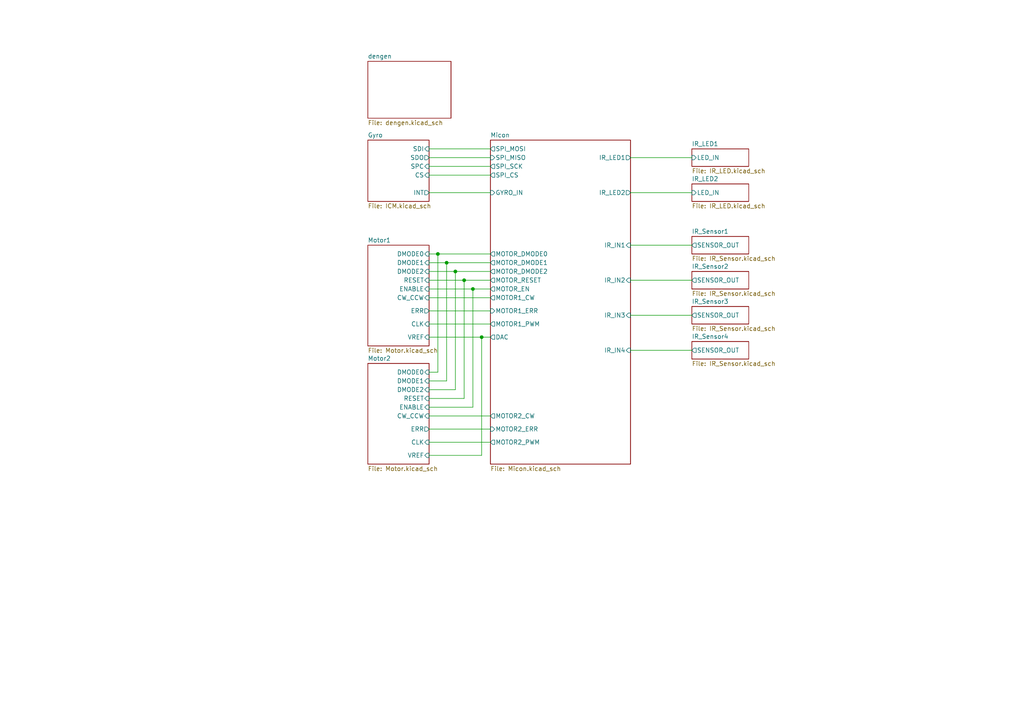
<source format=kicad_sch>
(kicad_sch (version 20211123) (generator eeschema)

  (uuid ddd0b694-6b1d-4fd6-ae2c-a705d602dbaf)

  (paper "A4")

  (lib_symbols
  )

  (junction (at 134.62 81.28) (diameter 0) (color 0 0 0 0)
    (uuid 18f6c7c3-4975-4206-8b59-2bffb99c188c)
  )
  (junction (at 137.16 83.82) (diameter 0) (color 0 0 0 0)
    (uuid 3e3a164f-e0eb-4a9e-9a1d-2ad6d3ee0df3)
  )
  (junction (at 132.08 78.74) (diameter 0) (color 0 0 0 0)
    (uuid 4b9d8e2d-3a36-43f4-83b1-a267872ffba9)
  )
  (junction (at 139.7 97.79) (diameter 0) (color 0 0 0 0)
    (uuid 7f3d3160-f57d-4241-a1c4-7f42254d6665)
  )
  (junction (at 127 73.66) (diameter 0) (color 0 0 0 0)
    (uuid a2c4307c-2559-4c7d-b807-4bf90ad08915)
  )
  (junction (at 129.54 76.2) (diameter 0) (color 0 0 0 0)
    (uuid af6c98ae-9d11-490a-a76c-6164fc85950d)
  )

  (wire (pts (xy 182.88 101.6) (xy 200.66 101.6))
    (stroke (width 0) (type default) (color 0 0 0 0))
    (uuid 013e1285-5c29-41fe-90d1-bb926a7118e6)
  )
  (wire (pts (xy 124.46 55.88) (xy 142.24 55.88))
    (stroke (width 0) (type default) (color 0 0 0 0))
    (uuid 0772b55c-25e7-46b7-848f-b1f0836c463d)
  )
  (wire (pts (xy 137.16 83.82) (xy 142.24 83.82))
    (stroke (width 0) (type default) (color 0 0 0 0))
    (uuid 099ec88e-4300-4367-8015-cd789ec62ba2)
  )
  (wire (pts (xy 124.46 73.66) (xy 127 73.66))
    (stroke (width 0) (type default) (color 0 0 0 0))
    (uuid 0c01aad5-fbf8-4337-aac0-99f152b265b4)
  )
  (wire (pts (xy 127 107.95) (xy 127 73.66))
    (stroke (width 0) (type default) (color 0 0 0 0))
    (uuid 10308f5e-f8c6-4c42-97a2-99581aa90344)
  )
  (wire (pts (xy 182.88 81.28) (xy 200.66 81.28))
    (stroke (width 0) (type default) (color 0 0 0 0))
    (uuid 39255bce-3526-4d67-814e-cc19c783c05d)
  )
  (wire (pts (xy 124.46 81.28) (xy 134.62 81.28))
    (stroke (width 0) (type default) (color 0 0 0 0))
    (uuid 3a8f43be-b3ef-4c5a-9f82-5f3503eae22f)
  )
  (wire (pts (xy 134.62 115.57) (xy 134.62 81.28))
    (stroke (width 0) (type default) (color 0 0 0 0))
    (uuid 3eac658c-fb4c-4c40-b1f2-801bd694d402)
  )
  (wire (pts (xy 124.46 78.74) (xy 132.08 78.74))
    (stroke (width 0) (type default) (color 0 0 0 0))
    (uuid 3fac4f23-e9c9-4cfc-8578-a3a30f59c49f)
  )
  (wire (pts (xy 129.54 76.2) (xy 142.24 76.2))
    (stroke (width 0) (type default) (color 0 0 0 0))
    (uuid 4675d49d-a4ce-4e6e-a48d-791c0abd23b9)
  )
  (wire (pts (xy 132.08 113.03) (xy 132.08 78.74))
    (stroke (width 0) (type default) (color 0 0 0 0))
    (uuid 48a40d41-cd6d-435d-94e7-ec50d30c2d47)
  )
  (wire (pts (xy 124.46 113.03) (xy 132.08 113.03))
    (stroke (width 0) (type default) (color 0 0 0 0))
    (uuid 4af9fc9e-d354-4e43-b7f9-5ff7815b90a8)
  )
  (wire (pts (xy 124.46 118.11) (xy 137.16 118.11))
    (stroke (width 0) (type default) (color 0 0 0 0))
    (uuid 52379c8a-4f38-468e-baba-0129bf18258a)
  )
  (wire (pts (xy 124.46 50.8) (xy 142.24 50.8))
    (stroke (width 0) (type default) (color 0 0 0 0))
    (uuid 5f7ed265-8a2c-43f0-9136-dab295e52da9)
  )
  (wire (pts (xy 137.16 118.11) (xy 137.16 83.82))
    (stroke (width 0) (type default) (color 0 0 0 0))
    (uuid 5fbbaa55-b623-49db-89f4-22f2cc285292)
  )
  (wire (pts (xy 182.88 45.72) (xy 200.66 45.72))
    (stroke (width 0) (type default) (color 0 0 0 0))
    (uuid 6a01b22c-3c46-4825-a13b-cbd4a23a6829)
  )
  (wire (pts (xy 182.88 71.12) (xy 200.66 71.12))
    (stroke (width 0) (type default) (color 0 0 0 0))
    (uuid 6acb484e-a615-4ca9-a86d-39dd4bf5946e)
  )
  (wire (pts (xy 139.7 97.79) (xy 142.24 97.79))
    (stroke (width 0) (type default) (color 0 0 0 0))
    (uuid 760aeba5-bab9-4515-a338-59f8e576b06b)
  )
  (wire (pts (xy 124.46 83.82) (xy 137.16 83.82))
    (stroke (width 0) (type default) (color 0 0 0 0))
    (uuid 764da540-11da-4037-b489-7ae8655c53e3)
  )
  (wire (pts (xy 142.24 48.26) (xy 124.46 48.26))
    (stroke (width 0) (type default) (color 0 0 0 0))
    (uuid 81728876-cc4a-48fb-8332-90ea5d73d1c1)
  )
  (wire (pts (xy 182.88 55.88) (xy 200.66 55.88))
    (stroke (width 0) (type default) (color 0 0 0 0))
    (uuid 873e90b9-36cc-46e7-ad77-7cc94f13ffdc)
  )
  (wire (pts (xy 134.62 81.28) (xy 142.24 81.28))
    (stroke (width 0) (type default) (color 0 0 0 0))
    (uuid 9bcf1550-8382-41c4-855e-5d11bc6187da)
  )
  (wire (pts (xy 142.24 73.66) (xy 127 73.66))
    (stroke (width 0) (type default) (color 0 0 0 0))
    (uuid 9d18e736-4ffe-4a21-b5c4-21f418d91fee)
  )
  (wire (pts (xy 124.46 128.27) (xy 142.24 128.27))
    (stroke (width 0) (type default) (color 0 0 0 0))
    (uuid a341facf-5307-46b1-a0fb-d87ab43bdb2d)
  )
  (wire (pts (xy 124.46 43.18) (xy 142.24 43.18))
    (stroke (width 0) (type default) (color 0 0 0 0))
    (uuid a6cdd285-5acf-4f11-b574-a13dd8452d3c)
  )
  (wire (pts (xy 124.46 132.08) (xy 139.7 132.08))
    (stroke (width 0) (type default) (color 0 0 0 0))
    (uuid a91b79a7-568b-4a8b-b23b-13bff5e683f4)
  )
  (wire (pts (xy 124.46 124.46) (xy 142.24 124.46))
    (stroke (width 0) (type default) (color 0 0 0 0))
    (uuid ae5df396-0278-4efb-a6f2-42ca1ce1b05a)
  )
  (wire (pts (xy 124.46 45.72) (xy 142.24 45.72))
    (stroke (width 0) (type default) (color 0 0 0 0))
    (uuid ae8d5c9e-a3fb-443d-9848-2067b3fc2cce)
  )
  (wire (pts (xy 182.88 91.44) (xy 200.66 91.44))
    (stroke (width 0) (type default) (color 0 0 0 0))
    (uuid b17851a7-a6a3-406e-a7d9-dcb67202321a)
  )
  (wire (pts (xy 124.46 110.49) (xy 129.54 110.49))
    (stroke (width 0) (type default) (color 0 0 0 0))
    (uuid b23a109a-54e0-4c55-b1a3-01f2972edc7c)
  )
  (wire (pts (xy 124.46 120.65) (xy 142.24 120.65))
    (stroke (width 0) (type default) (color 0 0 0 0))
    (uuid b3ff512c-8304-4371-8417-ea5427fcced2)
  )
  (wire (pts (xy 124.46 90.17) (xy 142.24 90.17))
    (stroke (width 0) (type default) (color 0 0 0 0))
    (uuid b51e2ed0-7a38-4b03-8de7-82a95d6087e6)
  )
  (wire (pts (xy 124.46 93.98) (xy 142.24 93.98))
    (stroke (width 0) (type default) (color 0 0 0 0))
    (uuid b85ca615-ef8c-430f-b033-13b12493bf73)
  )
  (wire (pts (xy 124.46 115.57) (xy 134.62 115.57))
    (stroke (width 0) (type default) (color 0 0 0 0))
    (uuid be02d218-64df-417a-81df-3320b52d4bb1)
  )
  (wire (pts (xy 124.46 97.79) (xy 139.7 97.79))
    (stroke (width 0) (type default) (color 0 0 0 0))
    (uuid c1df5124-7790-44cc-9f28-188c2a78f68e)
  )
  (wire (pts (xy 124.46 107.95) (xy 127 107.95))
    (stroke (width 0) (type default) (color 0 0 0 0))
    (uuid c4c10b5b-8702-48d0-a636-e58dc533ab45)
  )
  (wire (pts (xy 139.7 132.08) (xy 139.7 97.79))
    (stroke (width 0) (type default) (color 0 0 0 0))
    (uuid cfc12cf8-a1ba-420e-a3f4-36e0b004fb66)
  )
  (wire (pts (xy 129.54 110.49) (xy 129.54 76.2))
    (stroke (width 0) (type default) (color 0 0 0 0))
    (uuid e39e9158-77f9-436a-abf7-bb34b04c50cc)
  )
  (wire (pts (xy 124.46 86.36) (xy 142.24 86.36))
    (stroke (width 0) (type default) (color 0 0 0 0))
    (uuid e4f2b7c9-2abd-4c9f-b4b4-e3bbeac68afd)
  )
  (wire (pts (xy 132.08 78.74) (xy 142.24 78.74))
    (stroke (width 0) (type default) (color 0 0 0 0))
    (uuid e60c5782-5bf8-4005-ab74-314186b92e1e)
  )
  (wire (pts (xy 124.46 76.2) (xy 129.54 76.2))
    (stroke (width 0) (type default) (color 0 0 0 0))
    (uuid fe3a9caf-4afa-4a85-80e2-f459dae3dafa)
  )

  (sheet (at 106.68 17.78) (size 24.13 16.51) (fields_autoplaced)
    (stroke (width 0) (type solid) (color 0 0 0 0))
    (fill (color 0 0 0 0.0000))
    (uuid 00000000-0000-0000-0000-00005c82b1f8)
    (property "Sheet name" "dengen" (id 0) (at 106.68 17.0684 0)
      (effects (font (size 1.27 1.27)) (justify left bottom))
    )
    (property "Sheet file" "dengen.kicad_sch" (id 1) (at 106.68 34.8746 0)
      (effects (font (size 1.27 1.27)) (justify left top))
    )
  )

  (sheet (at 106.68 71.12) (size 17.78 29.21) (fields_autoplaced)
    (stroke (width 0) (type solid) (color 0 0 0 0))
    (fill (color 0 0 0 0.0000))
    (uuid 00000000-0000-0000-0000-00005c893909)
    (property "Sheet name" "Motor1" (id 0) (at 106.68 70.4084 0)
      (effects (font (size 1.27 1.27)) (justify left bottom))
    )
    (property "Sheet file" "Motor.kicad_sch" (id 1) (at 106.68 100.9146 0)
      (effects (font (size 1.27 1.27)) (justify left top))
    )
    (pin "VREF" input (at 124.46 97.79 0)
      (effects (font (size 1.27 1.27)) (justify right))
      (uuid 06a7eeab-e611-47b5-9e69-ebf2c86da93c)
    )
    (pin "DMODE0" input (at 124.46 73.66 0)
      (effects (font (size 1.27 1.27)) (justify right))
      (uuid 2ced4e10-132e-4c9e-8cd1-d822312deaec)
    )
    (pin "DMODE1" input (at 124.46 76.2 0)
      (effects (font (size 1.27 1.27)) (justify right))
      (uuid e3d45542-3cf4-4a30-8fe0-94a18659879b)
    )
    (pin "DMODE2" input (at 124.46 78.74 0)
      (effects (font (size 1.27 1.27)) (justify right))
      (uuid 6198b3ed-2cfa-434f-bca4-2ead313a3bd8)
    )
    (pin "RESET" input (at 124.46 81.28 0)
      (effects (font (size 1.27 1.27)) (justify right))
      (uuid 445144fa-9a61-4882-977b-9216143cd4b2)
    )
    (pin "CLK" input (at 124.46 93.98 0)
      (effects (font (size 1.27 1.27)) (justify right))
      (uuid 01b7d0cc-4d97-4773-b079-e209d7c98cad)
    )
    (pin "ENABLE" input (at 124.46 83.82 0)
      (effects (font (size 1.27 1.27)) (justify right))
      (uuid e715bd5c-2c04-4482-8ac4-923686917826)
    )
    (pin "CW_CCW" input (at 124.46 86.36 0)
      (effects (font (size 1.27 1.27)) (justify right))
      (uuid 0c145880-63f9-4126-be9e-2e5f2c9353b4)
    )
    (pin "ERR" output (at 124.46 90.17 0)
      (effects (font (size 1.27 1.27)) (justify right))
      (uuid 1e275758-6ffd-4576-b1d9-e94e65a5b5d7)
    )
  )

  (sheet (at 200.66 53.34) (size 16.51 5.08) (fields_autoplaced)
    (stroke (width 0) (type solid) (color 0 0 0 0))
    (fill (color 0 0 0 0.0000))
    (uuid 00000000-0000-0000-0000-00005c894079)
    (property "Sheet name" "IR_LED2" (id 0) (at 200.66 52.6284 0)
      (effects (font (size 1.27 1.27)) (justify left bottom))
    )
    (property "Sheet file" "IR_LED.kicad_sch" (id 1) (at 200.66 59.0046 0)
      (effects (font (size 1.27 1.27)) (justify left top))
    )
    (pin "LED_IN" input (at 200.66 55.88 180)
      (effects (font (size 1.27 1.27)) (justify left))
      (uuid 238b8fe9-ae5e-4158-8053-13950ad878e1)
    )
  )

  (sheet (at 200.66 78.74) (size 16.51 5.08) (fields_autoplaced)
    (stroke (width 0) (type solid) (color 0 0 0 0))
    (fill (color 0 0 0 0.0000))
    (uuid 00000000-0000-0000-0000-00005c8945a5)
    (property "Sheet name" "IR_Sensor2" (id 0) (at 200.66 78.0284 0)
      (effects (font (size 1.27 1.27)) (justify left bottom))
    )
    (property "Sheet file" "IR_Sensor.kicad_sch" (id 1) (at 200.66 84.4046 0)
      (effects (font (size 1.27 1.27)) (justify left top))
    )
    (pin "SENSOR_OUT" output (at 200.66 81.28 180)
      (effects (font (size 1.27 1.27)) (justify left))
      (uuid c0a9f067-c2b5-4dc5-92f5-643bb7102d98)
    )
  )

  (sheet (at 200.66 88.9) (size 16.51 5.08) (fields_autoplaced)
    (stroke (width 0) (type solid) (color 0 0 0 0))
    (fill (color 0 0 0 0.0000))
    (uuid 00000000-0000-0000-0000-00005c8945fc)
    (property "Sheet name" "IR_Sensor3" (id 0) (at 200.66 88.1884 0)
      (effects (font (size 1.27 1.27)) (justify left bottom))
    )
    (property "Sheet file" "IR_Sensor.kicad_sch" (id 1) (at 200.66 94.5646 0)
      (effects (font (size 1.27 1.27)) (justify left top))
    )
    (pin "SENSOR_OUT" output (at 200.66 91.44 180)
      (effects (font (size 1.27 1.27)) (justify left))
      (uuid 8a12e74d-d73b-4104-a923-28c4f8545821)
    )
  )

  (sheet (at 200.66 99.06) (size 16.51 5.08) (fields_autoplaced)
    (stroke (width 0) (type solid) (color 0 0 0 0))
    (fill (color 0 0 0 0.0000))
    (uuid 00000000-0000-0000-0000-00005c8945ff)
    (property "Sheet name" "IR_Sensor4" (id 0) (at 200.66 98.3484 0)
      (effects (font (size 1.27 1.27)) (justify left bottom))
    )
    (property "Sheet file" "IR_Sensor.kicad_sch" (id 1) (at 200.66 104.7246 0)
      (effects (font (size 1.27 1.27)) (justify left top))
    )
    (pin "SENSOR_OUT" output (at 200.66 101.6 180)
      (effects (font (size 1.27 1.27)) (justify left))
      (uuid ee315cfe-4b5d-455d-aa7e-06836a55325a)
    )
  )

  (sheet (at 200.66 43.18) (size 16.51 5.08) (fields_autoplaced)
    (stroke (width 0) (type solid) (color 0 0 0 0))
    (fill (color 0 0 0 0.0000))
    (uuid 00000000-0000-0000-0000-00005c8aedb6)
    (property "Sheet name" "IR_LED1" (id 0) (at 200.66 42.4684 0)
      (effects (font (size 1.27 1.27)) (justify left bottom))
    )
    (property "Sheet file" "IR_LED.kicad_sch" (id 1) (at 200.66 48.8446 0)
      (effects (font (size 1.27 1.27)) (justify left top))
    )
    (pin "LED_IN" input (at 200.66 45.72 180)
      (effects (font (size 1.27 1.27)) (justify left))
      (uuid fc7cf16e-cd63-43cf-9850-33d4dff18dfb)
    )
  )

  (sheet (at 142.24 40.64) (size 40.64 93.98) (fields_autoplaced)
    (stroke (width 0) (type solid) (color 0 0 0 0))
    (fill (color 0 0 0 0.0000))
    (uuid 00000000-0000-0000-0000-00005c8bd933)
    (property "Sheet name" "Micon" (id 0) (at 142.24 39.9284 0)
      (effects (font (size 1.27 1.27)) (justify left bottom))
    )
    (property "Sheet file" "Micon.kicad_sch" (id 1) (at 142.24 135.2046 0)
      (effects (font (size 1.27 1.27)) (justify left top))
    )
    (pin "SPI_SCK" output (at 142.24 48.26 180)
      (effects (font (size 1.27 1.27)) (justify left))
      (uuid a4cb244a-691d-498f-a60d-53ae4a4c6b31)
    )
    (pin "SPI_MISO" input (at 142.24 45.72 180)
      (effects (font (size 1.27 1.27)) (justify left))
      (uuid 1226d064-8522-4f0c-8438-f0c4351b2edf)
    )
    (pin "SPI_MOSI" output (at 142.24 43.18 180)
      (effects (font (size 1.27 1.27)) (justify left))
      (uuid 925e1b33-c7d3-429c-8a5d-0c097fccd2ab)
    )
    (pin "IR_IN1" input (at 182.88 71.12 0)
      (effects (font (size 1.27 1.27)) (justify right))
      (uuid 81d3e4b5-5924-4473-9b4c-9f153c507691)
    )
    (pin "IR_IN2" input (at 182.88 81.28 0)
      (effects (font (size 1.27 1.27)) (justify right))
      (uuid 06abdc57-fb67-4e06-95b5-b8fef4fa7b02)
    )
    (pin "IR_IN3" input (at 182.88 91.44 0)
      (effects (font (size 1.27 1.27)) (justify right))
      (uuid 27b59aff-6c53-4234-80d6-f9237b285020)
    )
    (pin "IR_IN4" input (at 182.88 101.6 0)
      (effects (font (size 1.27 1.27)) (justify right))
      (uuid 37053e9b-d8ef-4374-baa8-54cd02359106)
    )
    (pin "DAC" output (at 142.24 97.79 180)
      (effects (font (size 1.27 1.27)) (justify left))
      (uuid 6b31b61a-e0ac-4fb9-8db2-f1dc0fc48093)
    )
    (pin "IR_LED1" output (at 182.88 45.72 0)
      (effects (font (size 1.27 1.27)) (justify right))
      (uuid e4849c87-e7ed-430d-bb27-ef810b1f97e0)
    )
    (pin "IR_LED2" output (at 182.88 55.88 0)
      (effects (font (size 1.27 1.27)) (justify right))
      (uuid 512bc618-cb2a-48d0-bf98-8cb854b8f819)
    )
    (pin "MOTOR1_PWM" output (at 142.24 93.98 180)
      (effects (font (size 1.27 1.27)) (justify left))
      (uuid c4393bad-7684-4203-bd88-c4ff14edd6a0)
    )
    (pin "MOTOR2_ERR" input (at 142.24 124.46 180)
      (effects (font (size 1.27 1.27)) (justify left))
      (uuid b1bf39ac-6488-41b6-8fde-5d94d09083f8)
    )
    (pin "MOTOR2_PWM" output (at 142.24 128.27 180)
      (effects (font (size 1.27 1.27)) (justify left))
      (uuid f5056a18-8d94-4fc2-876b-ed3f7a1a4e22)
    )
    (pin "MOTOR1_ERR" input (at 142.24 90.17 180)
      (effects (font (size 1.27 1.27)) (justify left))
      (uuid 5f954fe5-4a24-4976-8e88-0f38fb214f71)
    )
    (pin "GYRO_IN" input (at 142.24 55.88 180)
      (effects (font (size 1.27 1.27)) (justify left))
      (uuid 400822fc-e36f-4894-8cfb-3e11c5e40059)
    )
    (pin "SPI_CS" output (at 142.24 50.8 180)
      (effects (font (size 1.27 1.27)) (justify left))
      (uuid 01ee73cd-5155-44a3-8ac2-27b9a0ffdf63)
    )
    (pin "MOTOR_DMODE0" output (at 142.24 73.66 180)
      (effects (font (size 1.27 1.27)) (justify left))
      (uuid 82edfbfb-076c-48cb-bc46-0faa2adbb0e4)
    )
    (pin "MOTOR_DMODE1" output (at 142.24 76.2 180)
      (effects (font (size 1.27 1.27)) (justify left))
      (uuid 2cc52a72-a217-4f2d-9d59-54ec1b35d5b8)
    )
    (pin "MOTOR_DMODE2" output (at 142.24 78.74 180)
      (effects (font (size 1.27 1.27)) (justify left))
      (uuid c25bec07-1059-49a4-ba90-dbd391bcd44e)
    )
    (pin "MOTOR_EN" output (at 142.24 83.82 180)
      (effects (font (size 1.27 1.27)) (justify left))
      (uuid 13f43cf0-65e2-44f6-95ba-49cd3a160a30)
    )
    (pin "MOTOR_RESET" output (at 142.24 81.28 180)
      (effects (font (size 1.27 1.27)) (justify left))
      (uuid 5c40a6b7-0e50-4066-938e-0dcaf86c16ca)
    )
    (pin "MOTOR1_CW" output (at 142.24 86.36 180)
      (effects (font (size 1.27 1.27)) (justify left))
      (uuid c6e0006f-d09b-429f-9d5a-a97be6e1bf13)
    )
    (pin "MOTOR2_CW" output (at 142.24 120.65 180)
      (effects (font (size 1.27 1.27)) (justify left))
      (uuid 9967fd4d-7bab-40a9-8ea5-69a137486825)
    )
  )

  (sheet (at 200.66 68.58) (size 16.51 5.08) (fields_autoplaced)
    (stroke (width 0) (type solid) (color 0 0 0 0))
    (fill (color 0 0 0 0.0000))
    (uuid 00000000-0000-0000-0000-00005c8e0af4)
    (property "Sheet name" "IR_Sensor1" (id 0) (at 200.66 67.8684 0)
      (effects (font (size 1.27 1.27)) (justify left bottom))
    )
    (property "Sheet file" "IR_Sensor.kicad_sch" (id 1) (at 200.66 74.2446 0)
      (effects (font (size 1.27 1.27)) (justify left top))
    )
    (pin "SENSOR_OUT" output (at 200.66 71.12 180)
      (effects (font (size 1.27 1.27)) (justify left))
      (uuid 60cae907-c8fb-409d-9932-f06e9688da5d)
    )
  )

  (sheet (at 106.68 105.41) (size 17.78 29.21) (fields_autoplaced)
    (stroke (width 0) (type solid) (color 0 0 0 0))
    (fill (color 0 0 0 0.0000))
    (uuid 00000000-0000-0000-0000-00005c8e1473)
    (property "Sheet name" "Motor2" (id 0) (at 106.68 104.6984 0)
      (effects (font (size 1.27 1.27)) (justify left bottom))
    )
    (property "Sheet file" "Motor.kicad_sch" (id 1) (at 106.68 135.2046 0)
      (effects (font (size 1.27 1.27)) (justify left top))
    )
    (pin "VREF" input (at 124.46 132.08 0)
      (effects (font (size 1.27 1.27)) (justify right))
      (uuid 0728da52-79ee-4d04-b45d-716c9e4621d7)
    )
    (pin "DMODE0" input (at 124.46 107.95 0)
      (effects (font (size 1.27 1.27)) (justify right))
      (uuid 884bdaa9-e691-4b2c-a85e-cca5109d96fd)
    )
    (pin "DMODE1" input (at 124.46 110.49 0)
      (effects (font (size 1.27 1.27)) (justify right))
      (uuid 981bffc9-4d03-4c32-bd66-6c7936244448)
    )
    (pin "DMODE2" input (at 124.46 113.03 0)
      (effects (font (size 1.27 1.27)) (justify right))
      (uuid 2bcfca65-f495-493f-8d2a-b3b1a20a7fc1)
    )
    (pin "RESET" input (at 124.46 115.57 0)
      (effects (font (size 1.27 1.27)) (justify right))
      (uuid 5b96e854-beca-4e71-980f-9ae7e43e5e6d)
    )
    (pin "CLK" input (at 124.46 128.27 0)
      (effects (font (size 1.27 1.27)) (justify right))
      (uuid ad52640f-dd59-4eff-bb9c-0d2074afdfdf)
    )
    (pin "ENABLE" input (at 124.46 118.11 0)
      (effects (font (size 1.27 1.27)) (justify right))
      (uuid b0f4f6b3-2333-48cf-83db-333cebf62b1b)
    )
    (pin "CW_CCW" input (at 124.46 120.65 0)
      (effects (font (size 1.27 1.27)) (justify right))
      (uuid 9c423cd0-8844-4d04-99e7-fd970d16b243)
    )
    (pin "ERR" output (at 124.46 124.46 0)
      (effects (font (size 1.27 1.27)) (justify right))
      (uuid c836ce8f-5021-4681-824a-3ee93e0d8fd5)
    )
  )

  (sheet (at 106.68 40.64) (size 17.78 17.78) (fields_autoplaced)
    (stroke (width 0) (type solid) (color 0 0 0 0))
    (fill (color 0 0 0 0.0000))
    (uuid 00000000-0000-0000-0000-00005c8e165a)
    (property "Sheet name" "Gyro" (id 0) (at 106.68 39.9284 0)
      (effects (font (size 1.27 1.27)) (justify left bottom))
    )
    (property "Sheet file" "ICM.kicad_sch" (id 1) (at 106.68 59.0046 0)
      (effects (font (size 1.27 1.27)) (justify left top))
    )
    (pin "SDI" input (at 124.46 43.18 0)
      (effects (font (size 1.27 1.27)) (justify right))
      (uuid ef84f0ea-0f57-4004-9847-45187b154a99)
    )
    (pin "SPC" input (at 124.46 48.26 0)
      (effects (font (size 1.27 1.27)) (justify right))
      (uuid a3155499-b09f-4681-82f8-986951a918b4)
    )
    (pin "SDO" output (at 124.46 45.72 0)
      (effects (font (size 1.27 1.27)) (justify right))
      (uuid 97c031c3-3651-45d3-95d2-fc51adc0d205)
    )
    (pin "INT" output (at 124.46 55.88 0)
      (effects (font (size 1.27 1.27)) (justify right))
      (uuid 89595044-3f6d-49a7-b3f0-d8058a9f4665)
    )
    (pin "CS" input (at 124.46 50.8 0)
      (effects (font (size 1.27 1.27)) (justify right))
      (uuid 128dcc01-3de6-4730-aef2-dd92299fe421)
    )
  )

  (sheet_instances
    (path "/" (page "1"))
    (path "/00000000-0000-0000-0000-00005c82b1f8" (page "2"))
    (path "/00000000-0000-0000-0000-00005c8e165a" (page "3"))
    (path "/00000000-0000-0000-0000-00005c893909" (page "4"))
    (path "/00000000-0000-0000-0000-00005c8e1473" (page "5"))
    (path "/00000000-0000-0000-0000-00005c8bd933" (page "6"))
    (path "/00000000-0000-0000-0000-00005c8aedb6" (page "7"))
    (path "/00000000-0000-0000-0000-00005c894079" (page "8"))
    (path "/00000000-0000-0000-0000-00005c8e0af4" (page "9"))
    (path "/00000000-0000-0000-0000-00005c8945a5" (page "10"))
    (path "/00000000-0000-0000-0000-00005c8945fc" (page "11"))
    (path "/00000000-0000-0000-0000-00005c8945ff" (page "12"))
  )

  (symbol_instances
    (path "/00000000-0000-0000-0000-00005c82b1f8/00000000-0000-0000-0000-00005c8e9031"
      (reference "#FLG01") (unit 1) (value "PWR_FLAG") (footprint "")
    )
    (path "/00000000-0000-0000-0000-00005c82b1f8/00000000-0000-0000-0000-00005c8e903a"
      (reference "#FLG02") (unit 1) (value "PWR_FLAG") (footprint "")
    )
    (path "/00000000-0000-0000-0000-00005c82b1f8/00000000-0000-0000-0000-00005c8e9046"
      (reference "#FLG03") (unit 1) (value "PWR_FLAG") (footprint "")
    )
    (path "/00000000-0000-0000-0000-00005c8bd933/00000000-0000-0000-0000-00005ca8093a"
      (reference "#FLG04") (unit 1) (value "PWR_FLAG") (footprint "")
    )
    (path "/00000000-0000-0000-0000-00005c8bd933/00000000-0000-0000-0000-00005ca80990"
      (reference "#FLG05") (unit 1) (value "PWR_FLAG") (footprint "")
    )
    (path "/00000000-0000-0000-0000-00005c82b1f8/00000000-0000-0000-0000-00005c8e8f14"
      (reference "#PWR01") (unit 1) (value "GND") (footprint "")
    )
    (path "/00000000-0000-0000-0000-00005c82b1f8/00000000-0000-0000-0000-00005c8e8f91"
      (reference "#PWR02") (unit 1) (value "GND") (footprint "")
    )
    (path "/00000000-0000-0000-0000-00005c82b1f8/00000000-0000-0000-0000-00005c8e8f2b"
      (reference "#PWR03") (unit 1) (value "GND") (footprint "")
    )
    (path "/00000000-0000-0000-0000-00005c82b1f8/00000000-0000-0000-0000-00005c8e8f84"
      (reference "#PWR04") (unit 1) (value "GND") (footprint "")
    )
    (path "/00000000-0000-0000-0000-00005c82b1f8/00000000-0000-0000-0000-00005c8e8f72"
      (reference "#PWR05") (unit 1) (value "GND") (footprint "")
    )
    (path "/00000000-0000-0000-0000-00005c82b1f8/00000000-0000-0000-0000-00005c8e8fd8"
      (reference "#PWR06") (unit 1) (value "GND") (footprint "")
    )
    (path "/00000000-0000-0000-0000-00005c82b1f8/00000000-0000-0000-0000-00005c8e8f45"
      (reference "#PWR07") (unit 1) (value "GND") (footprint "")
    )
    (path "/00000000-0000-0000-0000-00005c82b1f8/00000000-0000-0000-0000-00005c8e8f52"
      (reference "#PWR08") (unit 1) (value "GND") (footprint "")
    )
    (path "/00000000-0000-0000-0000-00005c82b1f8/00000000-0000-0000-0000-00005c8e8ffb"
      (reference "#PWR09") (unit 1) (value "GND") (footprint "")
    )
    (path "/00000000-0000-0000-0000-00005c82b1f8/00000000-0000-0000-0000-00005c8e901c"
      (reference "#PWR010") (unit 1) (value "GND") (footprint "")
    )
    (path "/00000000-0000-0000-0000-00005c82b1f8/00000000-0000-0000-0000-00005c8e8f5f"
      (reference "#PWR011") (unit 1) (value "GND") (footprint "")
    )
    (path "/00000000-0000-0000-0000-00005c82b1f8/00000000-0000-0000-0000-00005c8e8fc3"
      (reference "#PWR012") (unit 1) (value "GND") (footprint "")
    )
    (path "/00000000-0000-0000-0000-00005c82b1f8/00000000-0000-0000-0000-00005c8e9022"
      (reference "#PWR013") (unit 1) (value "GND") (footprint "")
    )
    (path "/00000000-0000-0000-0000-00005c8aedb6/00000000-0000-0000-0000-00005c8edaff"
      (reference "#PWR014") (unit 1) (value "GND") (footprint "")
    )
    (path "/00000000-0000-0000-0000-00005c8aedb6/00000000-0000-0000-0000-00005c8edb1c"
      (reference "#PWR015") (unit 1) (value "+BATT") (footprint "")
    )
    (path "/00000000-0000-0000-0000-00005c8aedb6/00000000-0000-0000-0000-00005c8edb25"
      (reference "#PWR016") (unit 1) (value "GND") (footprint "")
    )
    (path "/00000000-0000-0000-0000-00005c8aedb6/00000000-0000-0000-0000-00005c8edaf9"
      (reference "#PWR017") (unit 1) (value "+BATT") (footprint "")
    )
    (path "/00000000-0000-0000-0000-00005c8aedb6/00000000-0000-0000-0000-00005c8edb0f"
      (reference "#PWR018") (unit 1) (value "GND") (footprint "")
    )
    (path "/00000000-0000-0000-0000-00005c8aedb6/00000000-0000-0000-0000-00005c8edade"
      (reference "#PWR019") (unit 1) (value "+BATT") (footprint "")
    )
    (path "/00000000-0000-0000-0000-00005c8aedb6/00000000-0000-0000-0000-00005c8edaed"
      (reference "#PWR020") (unit 1) (value "GND") (footprint "")
    )
    (path "/00000000-0000-0000-0000-00005c8e0af4/00000000-0000-0000-0000-00005c8ecf90"
      (reference "#PWR021") (unit 1) (value "+3.3VA") (footprint "")
    )
    (path "/00000000-0000-0000-0000-00005c8e0af4/00000000-0000-0000-0000-00005c8ecf89"
      (reference "#PWR022") (unit 1) (value "GND") (footprint "")
    )
    (path "/00000000-0000-0000-0000-00005c8e0af4/00000000-0000-0000-0000-00005c8ecf37"
      (reference "#PWR023") (unit 1) (value "+3.3VA") (footprint "")
    )
    (path "/00000000-0000-0000-0000-00005c8e0af4/00000000-0000-0000-0000-00005c8ecf31"
      (reference "#PWR024") (unit 1) (value "GND") (footprint "")
    )
    (path "/00000000-0000-0000-0000-00005c8e0af4/00000000-0000-0000-0000-00005c8ecf40"
      (reference "#PWR025") (unit 1) (value "+3.3VA") (footprint "")
    )
    (path "/00000000-0000-0000-0000-00005c8e0af4/00000000-0000-0000-0000-00005c8ecf49"
      (reference "#PWR026") (unit 1) (value "GND") (footprint "")
    )
    (path "/00000000-0000-0000-0000-00005c893909/00000000-0000-0000-0000-00005c8b4716"
      (reference "#PWR027") (unit 1) (value "GND") (footprint "")
    )
    (path "/00000000-0000-0000-0000-00005c893909/00000000-0000-0000-0000-00005c8b45ef"
      (reference "#PWR028") (unit 1) (value "GND") (footprint "")
    )
    (path "/00000000-0000-0000-0000-00005c893909/00000000-0000-0000-0000-00005c8e1219"
      (reference "#PWR029") (unit 1) (value "+3.3V") (footprint "")
    )
    (path "/00000000-0000-0000-0000-00005c893909/00000000-0000-0000-0000-00005c8cf392"
      (reference "#PWR030") (unit 1) (value "+BATT") (footprint "")
    )
    (path "/00000000-0000-0000-0000-00005c893909/00000000-0000-0000-0000-00005c8b49b5"
      (reference "#PWR031") (unit 1) (value "+5V") (footprint "")
    )
    (path "/00000000-0000-0000-0000-00005c893909/00000000-0000-0000-0000-00005c8b4709"
      (reference "#PWR032") (unit 1) (value "GND") (footprint "")
    )
    (path "/00000000-0000-0000-0000-00005c893909/00000000-0000-0000-0000-00005c8b457a"
      (reference "#PWR033") (unit 1) (value "GND") (footprint "")
    )
    (path "/00000000-0000-0000-0000-00005c893909/00000000-0000-0000-0000-00005c8b5f92"
      (reference "#PWR034") (unit 1) (value "+BATT") (footprint "")
    )
    (path "/00000000-0000-0000-0000-00005c893909/00000000-0000-0000-0000-00005c8b5f7f"
      (reference "#PWR035") (unit 1) (value "GND") (footprint "")
    )
    (path "/00000000-0000-0000-0000-00005c893909/00000000-0000-0000-0000-00005c8b66da"
      (reference "#PWR036") (unit 1) (value "+BATT") (footprint "")
    )
    (path "/00000000-0000-0000-0000-00005c893909/00000000-0000-0000-0000-00005c8c1588"
      (reference "#PWR037") (unit 1) (value "+BATT") (footprint "")
    )
    (path "/00000000-0000-0000-0000-00005c893909/00000000-0000-0000-0000-00005c8c1603"
      (reference "#PWR038") (unit 1) (value "GND") (footprint "")
    )
    (path "/00000000-0000-0000-0000-00005c893909/00000000-0000-0000-0000-00005c8c15c2"
      (reference "#PWR039") (unit 1) (value "+5V") (footprint "")
    )
    (path "/00000000-0000-0000-0000-00005c893909/00000000-0000-0000-0000-00005c8e11f9"
      (reference "#PWR040") (unit 1) (value "+3.3V") (footprint "")
    )
    (path "/00000000-0000-0000-0000-00005c894079/00000000-0000-0000-0000-00005c8edaff"
      (reference "#PWR041") (unit 1) (value "GND") (footprint "")
    )
    (path "/00000000-0000-0000-0000-00005c894079/00000000-0000-0000-0000-00005c8edb1c"
      (reference "#PWR042") (unit 1) (value "+BATT") (footprint "")
    )
    (path "/00000000-0000-0000-0000-00005c894079/00000000-0000-0000-0000-00005c8edb25"
      (reference "#PWR043") (unit 1) (value "GND") (footprint "")
    )
    (path "/00000000-0000-0000-0000-00005c894079/00000000-0000-0000-0000-00005c8edaf9"
      (reference "#PWR044") (unit 1) (value "+BATT") (footprint "")
    )
    (path "/00000000-0000-0000-0000-00005c894079/00000000-0000-0000-0000-00005c8edb0f"
      (reference "#PWR045") (unit 1) (value "GND") (footprint "")
    )
    (path "/00000000-0000-0000-0000-00005c894079/00000000-0000-0000-0000-00005c8edade"
      (reference "#PWR046") (unit 1) (value "+BATT") (footprint "")
    )
    (path "/00000000-0000-0000-0000-00005c894079/00000000-0000-0000-0000-00005c8edaed"
      (reference "#PWR047") (unit 1) (value "GND") (footprint "")
    )
    (path "/00000000-0000-0000-0000-00005c8945a5/00000000-0000-0000-0000-00005c8ecf90"
      (reference "#PWR048") (unit 1) (value "+3.3VA") (footprint "")
    )
    (path "/00000000-0000-0000-0000-00005c8945a5/00000000-0000-0000-0000-00005c8ecf89"
      (reference "#PWR049") (unit 1) (value "GND") (footprint "")
    )
    (path "/00000000-0000-0000-0000-00005c8945a5/00000000-0000-0000-0000-00005c8ecf37"
      (reference "#PWR050") (unit 1) (value "+3.3VA") (footprint "")
    )
    (path "/00000000-0000-0000-0000-00005c8945a5/00000000-0000-0000-0000-00005c8ecf31"
      (reference "#PWR051") (unit 1) (value "GND") (footprint "")
    )
    (path "/00000000-0000-0000-0000-00005c8945a5/00000000-0000-0000-0000-00005c8ecf40"
      (reference "#PWR052") (unit 1) (value "+3.3VA") (footprint "")
    )
    (path "/00000000-0000-0000-0000-00005c8945a5/00000000-0000-0000-0000-00005c8ecf49"
      (reference "#PWR053") (unit 1) (value "GND") (footprint "")
    )
    (path "/00000000-0000-0000-0000-00005c8945fc/00000000-0000-0000-0000-00005c8ecf90"
      (reference "#PWR054") (unit 1) (value "+3.3VA") (footprint "")
    )
    (path "/00000000-0000-0000-0000-00005c8945fc/00000000-0000-0000-0000-00005c8ecf89"
      (reference "#PWR055") (unit 1) (value "GND") (footprint "")
    )
    (path "/00000000-0000-0000-0000-00005c8945fc/00000000-0000-0000-0000-00005c8ecf37"
      (reference "#PWR056") (unit 1) (value "+3.3VA") (footprint "")
    )
    (path "/00000000-0000-0000-0000-00005c8945fc/00000000-0000-0000-0000-00005c8ecf31"
      (reference "#PWR057") (unit 1) (value "GND") (footprint "")
    )
    (path "/00000000-0000-0000-0000-00005c8945fc/00000000-0000-0000-0000-00005c8ecf40"
      (reference "#PWR058") (unit 1) (value "+3.3VA") (footprint "")
    )
    (path "/00000000-0000-0000-0000-00005c8945fc/00000000-0000-0000-0000-00005c8ecf49"
      (reference "#PWR059") (unit 1) (value "GND") (footprint "")
    )
    (path "/00000000-0000-0000-0000-00005c8945ff/00000000-0000-0000-0000-00005c8ecf90"
      (reference "#PWR060") (unit 1) (value "+3.3VA") (footprint "")
    )
    (path "/00000000-0000-0000-0000-00005c8945ff/00000000-0000-0000-0000-00005c8ecf89"
      (reference "#PWR061") (unit 1) (value "GND") (footprint "")
    )
    (path "/00000000-0000-0000-0000-00005c8945ff/00000000-0000-0000-0000-00005c8ecf37"
      (reference "#PWR062") (unit 1) (value "+3.3VA") (footprint "")
    )
    (path "/00000000-0000-0000-0000-00005c8945ff/00000000-0000-0000-0000-00005c8ecf31"
      (reference "#PWR063") (unit 1) (value "GND") (footprint "")
    )
    (path "/00000000-0000-0000-0000-00005c8945ff/00000000-0000-0000-0000-00005c8ecf40"
      (reference "#PWR064") (unit 1) (value "+3.3VA") (footprint "")
    )
    (path "/00000000-0000-0000-0000-00005c8945ff/00000000-0000-0000-0000-00005c8ecf49"
      (reference "#PWR065") (unit 1) (value "GND") (footprint "")
    )
    (path "/00000000-0000-0000-0000-00005c8e1473/00000000-0000-0000-0000-00005c8b4716"
      (reference "#PWR066") (unit 1) (value "GND") (footprint "")
    )
    (path "/00000000-0000-0000-0000-00005c8e1473/00000000-0000-0000-0000-00005c8b45ef"
      (reference "#PWR067") (unit 1) (value "GND") (footprint "")
    )
    (path "/00000000-0000-0000-0000-00005c8e1473/00000000-0000-0000-0000-00005c8e1219"
      (reference "#PWR068") (unit 1) (value "+3.3V") (footprint "")
    )
    (path "/00000000-0000-0000-0000-00005c8e1473/00000000-0000-0000-0000-00005c8cf392"
      (reference "#PWR069") (unit 1) (value "+BATT") (footprint "")
    )
    (path "/00000000-0000-0000-0000-00005c8e1473/00000000-0000-0000-0000-00005c8b49b5"
      (reference "#PWR070") (unit 1) (value "+5V") (footprint "")
    )
    (path "/00000000-0000-0000-0000-00005c8e1473/00000000-0000-0000-0000-00005c8b4709"
      (reference "#PWR071") (unit 1) (value "GND") (footprint "")
    )
    (path "/00000000-0000-0000-0000-00005c8e1473/00000000-0000-0000-0000-00005c8b457a"
      (reference "#PWR072") (unit 1) (value "GND") (footprint "")
    )
    (path "/00000000-0000-0000-0000-00005c8e1473/00000000-0000-0000-0000-00005c8b5f92"
      (reference "#PWR073") (unit 1) (value "+BATT") (footprint "")
    )
    (path "/00000000-0000-0000-0000-00005c8e1473/00000000-0000-0000-0000-00005c8b5f7f"
      (reference "#PWR074") (unit 1) (value "GND") (footprint "")
    )
    (path "/00000000-0000-0000-0000-00005c8e1473/00000000-0000-0000-0000-00005c8b66da"
      (reference "#PWR075") (unit 1) (value "+BATT") (footprint "")
    )
    (path "/00000000-0000-0000-0000-00005c8e1473/00000000-0000-0000-0000-00005c8c1588"
      (reference "#PWR076") (unit 1) (value "+BATT") (footprint "")
    )
    (path "/00000000-0000-0000-0000-00005c8e1473/00000000-0000-0000-0000-00005c8c1603"
      (reference "#PWR077") (unit 1) (value "GND") (footprint "")
    )
    (path "/00000000-0000-0000-0000-00005c8e1473/00000000-0000-0000-0000-00005c8c15c2"
      (reference "#PWR078") (unit 1) (value "+5V") (footprint "")
    )
    (path "/00000000-0000-0000-0000-00005c8e1473/00000000-0000-0000-0000-00005c8e11f9"
      (reference "#PWR079") (unit 1) (value "+3.3V") (footprint "")
    )
    (path "/00000000-0000-0000-0000-00005c8e165a/cabd26cf-4b45-4a11-a3a7-98a6cc12d886"
      (reference "#PWR080") (unit 1) (value "GND") (footprint "")
    )
    (path "/00000000-0000-0000-0000-00005c8e165a/00000000-0000-0000-0000-00005c8e3099"
      (reference "#PWR081") (unit 1) (value "GND") (footprint "")
    )
    (path "/00000000-0000-0000-0000-00005c8e165a/00000000-0000-0000-0000-00005c8e3584"
      (reference "#PWR082") (unit 1) (value "+3.3V") (footprint "")
    )
    (path "/00000000-0000-0000-0000-00005c8e165a/00000000-0000-0000-0000-00005c8e176f"
      (reference "#PWR083") (unit 1) (value "GND") (footprint "")
    )
    (path "/00000000-0000-0000-0000-00005c8e165a/00000000-0000-0000-0000-00005c8e21ff"
      (reference "#PWR084") (unit 1) (value "+3.3V") (footprint "")
    )
    (path "/00000000-0000-0000-0000-00005c8e165a/00000000-0000-0000-0000-00005c8e1fde"
      (reference "#PWR085") (unit 1) (value "GND") (footprint "")
    )
    (path "/00000000-0000-0000-0000-00005c8bd933/00000000-0000-0000-0000-00005ca64af6"
      (reference "#PWR086") (unit 1) (value "GND") (footprint "")
    )
    (path "/00000000-0000-0000-0000-00005c8bd933/00000000-0000-0000-0000-00005ca64aa5"
      (reference "#PWR087") (unit 1) (value "GND") (footprint "")
    )
    (path "/00000000-0000-0000-0000-00005c8bd933/00000000-0000-0000-0000-00005d8f61f2"
      (reference "#PWR088") (unit 1) (value "GND") (footprint "")
    )
    (path "/00000000-0000-0000-0000-00005c8bd933/00000000-0000-0000-0000-00005caa7a25"
      (reference "#PWR089") (unit 1) (value "GND") (footprint "")
    )
    (path "/00000000-0000-0000-0000-00005c8bd933/00000000-0000-0000-0000-00005c9bde83"
      (reference "#PWR090") (unit 1) (value "+3.3V") (footprint "")
    )
    (path "/00000000-0000-0000-0000-00005c8bd933/00000000-0000-0000-0000-00005c90b62d"
      (reference "#PWR091") (unit 1) (value "GND") (footprint "")
    )
    (path "/00000000-0000-0000-0000-00005c8bd933/00000000-0000-0000-0000-00005c8befc0"
      (reference "#PWR092") (unit 1) (value "GND") (footprint "")
    )
    (path "/00000000-0000-0000-0000-00005c8bd933/00000000-0000-0000-0000-00005c8bef8b"
      (reference "#PWR093") (unit 1) (value "GND") (footprint "")
    )
    (path "/00000000-0000-0000-0000-00005c8bd933/00000000-0000-0000-0000-00005c8f8cf2"
      (reference "#PWR094") (unit 1) (value "+3.3V") (footprint "")
    )
    (path "/00000000-0000-0000-0000-00005c8bd933/00000000-0000-0000-0000-00005c8c7484"
      (reference "#PWR095") (unit 1) (value "GND") (footprint "")
    )
    (path "/00000000-0000-0000-0000-00005c8bd933/00000000-0000-0000-0000-00005c8ef61d"
      (reference "#PWR096") (unit 1) (value "GND") (footprint "")
    )
    (path "/00000000-0000-0000-0000-00005c8bd933/00000000-0000-0000-0000-00005c8c491f"
      (reference "#PWR097") (unit 1) (value "+3.3V") (footprint "")
    )
    (path "/00000000-0000-0000-0000-00005c8bd933/00000000-0000-0000-0000-00005c8f8ccf"
      (reference "#PWR098") (unit 1) (value "+3.3VA") (footprint "")
    )
    (path "/00000000-0000-0000-0000-00005c8bd933/00000000-0000-0000-0000-00005c9001e0"
      (reference "#PWR099") (unit 1) (value "+BATT") (footprint "")
    )
    (path "/00000000-0000-0000-0000-00005c8bd933/00000000-0000-0000-0000-00005ca9e608"
      (reference "#PWR0100") (unit 1) (value "GND") (footprint "")
    )
    (path "/00000000-0000-0000-0000-00005c8bd933/00000000-0000-0000-0000-00005c8c83c0"
      (reference "#PWR0101") (unit 1) (value "+3.3V") (footprint "")
    )
    (path "/00000000-0000-0000-0000-00005c8bd933/00000000-0000-0000-0000-00005c8e86f5"
      (reference "#PWR0102") (unit 1) (value "+3.3V") (footprint "")
    )
    (path "/00000000-0000-0000-0000-00005c8bd933/00000000-0000-0000-0000-00005c8e609d"
      (reference "#PWR0103") (unit 1) (value "GND") (footprint "")
    )
    (path "/00000000-0000-0000-0000-00005c8bd933/00000000-0000-0000-0000-00005c8c6310"
      (reference "#PWR0104") (unit 1) (value "+3.3VA") (footprint "")
    )
    (path "/00000000-0000-0000-0000-00005c8bd933/00000000-0000-0000-0000-00005c9753c8"
      (reference "#PWR0105") (unit 1) (value "GND") (footprint "")
    )
    (path "/00000000-0000-0000-0000-00005c8bd933/00000000-0000-0000-0000-00005c8ef1cb"
      (reference "#PWR0106") (unit 1) (value "+3.3V") (footprint "")
    )
    (path "/00000000-0000-0000-0000-00005c8bd933/00000000-0000-0000-0000-00005c8fa433"
      (reference "#PWR0107") (unit 1) (value "GND") (footprint "")
    )
    (path "/00000000-0000-0000-0000-00005c8bd933/00000000-0000-0000-0000-00005c9753f5"
      (reference "#PWR0108") (unit 1) (value "GND") (footprint "")
    )
    (path "/00000000-0000-0000-0000-00005c8bd933/00000000-0000-0000-0000-00005c900306"
      (reference "#PWR0109") (unit 1) (value "+BATT") (footprint "")
    )
    (path "/00000000-0000-0000-0000-00005c8bd933/00000000-0000-0000-0000-00005c9003cd"
      (reference "#PWR0110") (unit 1) (value "GND") (footprint "")
    )
    (path "/00000000-0000-0000-0000-00005c893909/00000000-0000-0000-0000-00005d6a8b34"
      (reference "#PWR0111") (unit 1) (value "+BATT") (footprint "")
    )
    (path "/00000000-0000-0000-0000-00005c893909/00000000-0000-0000-0000-00005d6a8b6f"
      (reference "#PWR0112") (unit 1) (value "GND") (footprint "")
    )
    (path "/00000000-0000-0000-0000-00005c893909/00000000-0000-0000-0000-00005d6b1e87"
      (reference "#PWR0113") (unit 1) (value "+5V") (footprint "")
    )
    (path "/00000000-0000-0000-0000-00005c893909/00000000-0000-0000-0000-00005d6b1ed6"
      (reference "#PWR0114") (unit 1) (value "GND") (footprint "")
    )
    (path "/00000000-0000-0000-0000-00005c8e1473/00000000-0000-0000-0000-00005d6a8b34"
      (reference "#PWR0115") (unit 1) (value "+BATT") (footprint "")
    )
    (path "/00000000-0000-0000-0000-00005c8e1473/00000000-0000-0000-0000-00005d6a8b6f"
      (reference "#PWR0116") (unit 1) (value "GND") (footprint "")
    )
    (path "/00000000-0000-0000-0000-00005c8e1473/00000000-0000-0000-0000-00005d6b1e87"
      (reference "#PWR0117") (unit 1) (value "+5V") (footprint "")
    )
    (path "/00000000-0000-0000-0000-00005c8e1473/00000000-0000-0000-0000-00005d6b1ed6"
      (reference "#PWR0118") (unit 1) (value "GND") (footprint "")
    )
    (path "/00000000-0000-0000-0000-00005c82b1f8/00000000-0000-0000-0000-00005d6be204"
      (reference "#PWR0119") (unit 1) (value "GND") (footprint "")
    )
    (path "/00000000-0000-0000-0000-00005c8bd933/00000000-0000-0000-0000-00005d8ef595"
      (reference "#PWR0120") (unit 1) (value "+3.3V") (footprint "")
    )
    (path "/00000000-0000-0000-0000-00005c8e165a/4050852e-446e-4d33-ab89-50cb987ea378"
      (reference "#PWR0121") (unit 1) (value "GND") (footprint "")
    )
    (path "/00000000-0000-0000-0000-00005c82b1f8/00000000-0000-0000-0000-00005c8e8f9c"
      (reference "C1") (unit 1) (value "3.3u") (footprint "Capacitor_SMD:C_0603_1608Metric_Pad1.05x0.95mm_HandSolder")
    )
    (path "/00000000-0000-0000-0000-00005c82b1f8/00000000-0000-0000-0000-00005c8e8f68"
      (reference "C2") (unit 1) (value "1u") (footprint "Capacitor_SMD:C_0603_1608Metric_Pad1.05x0.95mm_HandSolder")
    )
    (path "/00000000-0000-0000-0000-00005c82b1f8/00000000-0000-0000-0000-00005c8e8f4b"
      (reference "C3") (unit 1) (value "0.01u") (footprint "Capacitor_SMD:C_0603_1608Metric_Pad1.05x0.95mm_HandSolder")
    )
    (path "/00000000-0000-0000-0000-00005c82b1f8/00000000-0000-0000-0000-00005c8e8ff1"
      (reference "C4") (unit 1) (value "10u") (footprint "Capacitor_SMD:C_0603_1608Metric_Pad1.05x0.95mm_HandSolder")
    )
    (path "/00000000-0000-0000-0000-00005c82b1f8/00000000-0000-0000-0000-00005c8e8f58"
      (reference "C5") (unit 1) (value "10u") (footprint "Capacitor_SMD:C_0603_1608Metric_Pad1.05x0.95mm_HandSolder")
    )
    (path "/00000000-0000-0000-0000-00005c82b1f8/00000000-0000-0000-0000-00005c8e9010"
      (reference "C6") (unit 1) (value "0.1u") (footprint "Capacitor_SMD:C_0603_1608Metric_Pad1.05x0.95mm_HandSolder")
    )
    (path "/00000000-0000-0000-0000-00005c8e0af4/00000000-0000-0000-0000-00005c8ecf6e"
      (reference "C7") (unit 1) (value "0.01u") (footprint "Capacitor_SMD:C_0603_1608Metric_Pad1.05x0.95mm_HandSolder")
    )
    (path "/00000000-0000-0000-0000-00005c8e0af4/00000000-0000-0000-0000-00005c8ecf5a"
      (reference "C8") (unit 1) (value "22p") (footprint "Capacitor_SMD:C_0603_1608Metric_Pad1.05x0.95mm_HandSolder")
    )
    (path "/00000000-0000-0000-0000-00005c8945a5/00000000-0000-0000-0000-00005c8ecf6e"
      (reference "C9") (unit 1) (value "0.01u") (footprint "Capacitor_SMD:C_0603_1608Metric_Pad1.05x0.95mm_HandSolder")
    )
    (path "/00000000-0000-0000-0000-00005c8945a5/00000000-0000-0000-0000-00005c8ecf5a"
      (reference "C10") (unit 1) (value "22p") (footprint "Capacitor_SMD:C_0603_1608Metric_Pad1.05x0.95mm_HandSolder")
    )
    (path "/00000000-0000-0000-0000-00005c8945fc/00000000-0000-0000-0000-00005c8ecf6e"
      (reference "C11") (unit 1) (value "0.01u") (footprint "Capacitor_SMD:C_0603_1608Metric_Pad1.05x0.95mm_HandSolder")
    )
    (path "/00000000-0000-0000-0000-00005c8945fc/00000000-0000-0000-0000-00005c8ecf5a"
      (reference "C12") (unit 1) (value "22p") (footprint "Capacitor_SMD:C_0603_1608Metric_Pad1.05x0.95mm_HandSolder")
    )
    (path "/00000000-0000-0000-0000-00005c8945ff/00000000-0000-0000-0000-00005c8ecf6e"
      (reference "C13") (unit 1) (value "0.01u") (footprint "Capacitor_SMD:C_0603_1608Metric_Pad1.05x0.95mm_HandSolder")
    )
    (path "/00000000-0000-0000-0000-00005c8945ff/00000000-0000-0000-0000-00005c8ecf5a"
      (reference "C14") (unit 1) (value "22p") (footprint "Capacitor_SMD:C_0603_1608Metric_Pad1.05x0.95mm_HandSolder")
    )
    (path "/00000000-0000-0000-0000-00005c8e165a/00000000-0000-0000-0000-00005c8e1c2c"
      (reference "C15") (unit 1) (value "0.1u") (footprint "Capacitor_SMD:C_0603_1608Metric_Pad1.05x0.95mm_HandSolder")
    )
    (path "/00000000-0000-0000-0000-00005c8e165a/00000000-0000-0000-0000-00005c8e1edf"
      (reference "C16") (unit 1) (value "0.01u") (footprint "Capacitor_SMD:C_0603_1608Metric_Pad1.05x0.95mm_HandSolder")
    )
    (path "/00000000-0000-0000-0000-00005c8e165a/00000000-0000-0000-0000-00005c8e2470"
      (reference "C17") (unit 1) (value "0.1u") (footprint "Capacitor_SMD:C_0603_1608Metric_Pad1.05x0.95mm_HandSolder")
    )
    (path "/00000000-0000-0000-0000-00005c8e165a/00000000-0000-0000-0000-00005c8e2498"
      (reference "C18") (unit 1) (value "2.2u") (footprint "Capacitor_SMD:C_0603_1608Metric_Pad1.05x0.95mm_HandSolder")
    )
    (path "/00000000-0000-0000-0000-00005c8bd933/00000000-0000-0000-0000-00005ca5785d"
      (reference "C19") (unit 1) (value "0.1u") (footprint "Capacitor_SMD:C_0603_1608Metric_Pad1.05x0.95mm_HandSolder")
    )
    (path "/00000000-0000-0000-0000-00005c8bd933/00000000-0000-0000-0000-00005ca579bf"
      (reference "C20") (unit 1) (value "0.1u") (footprint "Capacitor_SMD:C_0603_1608Metric_Pad1.05x0.95mm_HandSolder")
    )
    (path "/00000000-0000-0000-0000-00005c8bd933/00000000-0000-0000-0000-00005caa7a1a"
      (reference "C21") (unit 1) (value "0.1u") (footprint "Capacitor_SMD:C_0603_1608Metric_Pad1.05x0.95mm_HandSolder")
    )
    (path "/00000000-0000-0000-0000-00005c8bd933/00000000-0000-0000-0000-00005c8bdd4d"
      (reference "C22") (unit 1) (value "10p") (footprint "Capacitor_SMD:C_0603_1608Metric_Pad1.05x0.95mm_HandSolder")
    )
    (path "/00000000-0000-0000-0000-00005c8bd933/00000000-0000-0000-0000-00005c8bef42"
      (reference "C23") (unit 1) (value "2.2u") (footprint "Capacitor_SMD:C_0603_1608Metric_Pad1.05x0.95mm_HandSolder")
    )
    (path "/00000000-0000-0000-0000-00005c8bd933/00000000-0000-0000-0000-00005c8bddcb"
      (reference "C24") (unit 1) (value "10p") (footprint "Capacitor_SMD:C_0603_1608Metric_Pad1.05x0.95mm_HandSolder")
    )
    (path "/00000000-0000-0000-0000-00005c8bd933/00000000-0000-0000-0000-00005c8beede"
      (reference "C25") (unit 1) (value "2.2u") (footprint "Capacitor_SMD:C_0603_1608Metric_Pad1.05x0.95mm_HandSolder")
    )
    (path "/00000000-0000-0000-0000-00005c8bd933/00000000-0000-0000-0000-00005c8c74a4"
      (reference "C26") (unit 1) (value "0.1u") (footprint "Capacitor_SMD:C_0603_1608Metric_Pad1.05x0.95mm_HandSolder")
    )
    (path "/00000000-0000-0000-0000-00005c893909/00000000-0000-0000-0000-00005d6aecca"
      (reference "C27") (unit 1) (value "0.1uF") (footprint "Capacitor_SMD:C_0603_1608Metric_Pad1.05x0.95mm_HandSolder")
    )
    (path "/00000000-0000-0000-0000-00005c82b1f8/00000000-0000-0000-0000-00005d6bceb3"
      (reference "C28") (unit 1) (value "100uF") (footprint "Capacitor_SMD:CP_Elec_10x10.5")
    )
    (path "/00000000-0000-0000-0000-00005c893909/00000000-0000-0000-0000-00005d6a8bf2"
      (reference "C29") (unit 1) (value "0.1uF") (footprint "Capacitor_SMD:C_0603_1608Metric_Pad1.05x0.95mm_HandSolder")
    )
    (path "/00000000-0000-0000-0000-00005c893909/00000000-0000-0000-0000-00005d6b1ea6"
      (reference "C30") (unit 1) (value "0.1uF") (footprint "Capacitor_SMD:C_0603_1608Metric_Pad1.05x0.95mm_HandSolder")
    )
    (path "/00000000-0000-0000-0000-00005c8e1473/00000000-0000-0000-0000-00005d6aecca"
      (reference "C31") (unit 1) (value "0.1uF") (footprint "Capacitor_SMD:C_0603_1608Metric_Pad1.05x0.95mm_HandSolder")
    )
    (path "/00000000-0000-0000-0000-00005c8e1473/00000000-0000-0000-0000-00005d6a8bf2"
      (reference "C33") (unit 1) (value "0.1uF") (footprint "Capacitor_SMD:C_0603_1608Metric_Pad1.05x0.95mm_HandSolder")
    )
    (path "/00000000-0000-0000-0000-00005c8e1473/00000000-0000-0000-0000-00005d6b1ea6"
      (reference "C34") (unit 1) (value "0.1uF") (footprint "Capacitor_SMD:C_0603_1608Metric_Pad1.05x0.95mm_HandSolder")
    )
    (path "/00000000-0000-0000-0000-00005c82b1f8/00000000-0000-0000-0000-00005c8e8fd0"
      (reference "D1") (unit 1) (value "LED_3.3V") (footprint "LED_SMD:LED_0603_1608Metric_Pad1.05x0.95mm_HandSolder")
    )
    (path "/00000000-0000-0000-0000-00005c82b1f8/00000000-0000-0000-0000-00005c8e8fba"
      (reference "D2") (unit 1) (value "LED_5V") (footprint "LED_SMD:LED_0603_1608Metric_Pad1.05x0.95mm_HandSolder")
    )
    (path "/00000000-0000-0000-0000-00005c8aedb6/00000000-0000-0000-0000-00005c8edad7"
      (reference "D3") (unit 1) (value "VSLY5850") (footprint "Micromouse:LED_D5.0mm_Sensor")
    )
    (path "/00000000-0000-0000-0000-00005c8aedb6/00000000-0000-0000-0000-00005c8edad0"
      (reference "D4") (unit 1) (value "VSLY5850") (footprint "Micromouse:LED_D5.0mm_Sensor")
    )
    (path "/00000000-0000-0000-0000-00005c8e0af4/00000000-0000-0000-0000-00005c8ecf77"
      (reference "D5") (unit 1) (value "SFH213FA") (footprint "Micromouse:LED_D5.0mm_Sensor")
    )
    (path "/00000000-0000-0000-0000-00005c893909/00000000-0000-0000-0000-00005c8b6431"
      (reference "D6") (unit 1) (value "24V1W") (footprint "PTVS3V3P1UP_115:SOD128")
    )
    (path "/00000000-0000-0000-0000-00005c894079/00000000-0000-0000-0000-00005c8edad7"
      (reference "D7") (unit 1) (value "VSLY5850") (footprint "Micromouse:LED_D5.0mm_Sensor")
    )
    (path "/00000000-0000-0000-0000-00005c894079/00000000-0000-0000-0000-00005c8edad0"
      (reference "D8") (unit 1) (value "VSLY5850") (footprint "Micromouse:LED_D5.0mm_Sensor")
    )
    (path "/00000000-0000-0000-0000-00005c8945a5/00000000-0000-0000-0000-00005c8ecf77"
      (reference "D9") (unit 1) (value "SFH213FA") (footprint "Micromouse:LED_D5.0mm_Sensor")
    )
    (path "/00000000-0000-0000-0000-00005c8945fc/00000000-0000-0000-0000-00005c8ecf77"
      (reference "D10") (unit 1) (value "SFH213FA") (footprint "Micromouse:LED_D5.0mm_Sensor")
    )
    (path "/00000000-0000-0000-0000-00005c8945ff/00000000-0000-0000-0000-00005c8ecf77"
      (reference "D11") (unit 1) (value "SFH213FA") (footprint "Micromouse:LED_D5.0mm_Sensor")
    )
    (path "/00000000-0000-0000-0000-00005c8e1473/00000000-0000-0000-0000-00005c8b6431"
      (reference "D12") (unit 1) (value "24V1W") (footprint "PTVS3V3P1UP_115:SOD128")
    )
    (path "/00000000-0000-0000-0000-00005c8bd933/00000000-0000-0000-0000-00005d55223c"
      (reference "D13") (unit 1) (value "GS1010FL") (footprint "Micromouse:SOD-123FL")
    )
    (path "/00000000-0000-0000-0000-00005c8bd933/00000000-0000-0000-0000-00005cc4f517"
      (reference "D14") (unit 1) (value "OSTBABS4C2B") (footprint "LED_SMD:LED_RGB_5050-6")
    )
    (path "/00000000-0000-0000-0000-00005c82b1f8/00000000-0000-0000-0000-00005c8e8f1a"
      (reference "F1") (unit 1) (value "SMD1812P150TF/24") (footprint "Fuse:Fuse_1812_4532Metric_Pad1.30x3.40mm_HandSolder")
    )
    (path "/00000000-0000-0000-0000-00005c82b1f8/00000000-0000-0000-0000-00005c8e8f0c"
      (reference "J1") (unit 1) (value "BATTERY") (footprint "Connector_JST:JST_XH_B02B-XH-AM_1x02_P2.50mm_Vertical")
    )
    (path "/00000000-0000-0000-0000-00005c893909/00000000-0000-0000-0000-00005c8cc53c"
      (reference "J2") (unit 1) (value "PH_5Pin") (footprint "Connector_JST:JST_PH_B5B-PH-K_1x05_P2.00mm_Vertical")
    )
    (path "/00000000-0000-0000-0000-00005c8e1473/00000000-0000-0000-0000-00005c8cc53c"
      (reference "J3") (unit 1) (value "PH_5Pin") (footprint "Connector_JST:JST_PH_B5B-PH-K_1x05_P2.00mm_Vertical")
    )
    (path "/00000000-0000-0000-0000-00005c8bd933/00000000-0000-0000-0000-00005c8e5f00"
      (reference "J4") (unit 1) (value "Conn_ARM_JTAG_SWD_10") (footprint "Connector_PinHeader_1.27mm:PinHeader_2x05_P1.27mm_Vertical_SMD")
    )
    (path "/00000000-0000-0000-0000-00005c8bd933/00000000-0000-0000-0000-00005c975175"
      (reference "J5") (unit 1) (value "Conn_02x03_Odd_Even") (footprint "Connector_PinHeader_2.54mm:PinHeader_2x03_P2.54mm_Vertical_SMD")
    )
    (path "/00000000-0000-0000-0000-00005c82b1f8/00000000-0000-0000-0000-00005c8e8fe9"
      (reference "L1") (unit 1) (value "100u") (footprint "Inductor_SMD:L_1210_3225Metric")
    )
    (path "/00000000-0000-0000-0000-00005c8bd933/00000000-0000-0000-0000-00005c90b2c4"
      (reference "LS1") (unit 1) (value "Speaker") (footprint "Micromouse:UGCT7525AN4")
    )
    (path "/00000000-0000-0000-0000-00005c82b1f8/00000000-0000-0000-0000-00005c8e8f31"
      (reference "Q1") (unit 1) (value " IRLML6402") (footprint "Package_TO_SOT_SMD:SOT-23")
    )
    (path "/00000000-0000-0000-0000-00005c8aedb6/00000000-0000-0000-0000-00005c8edac9"
      (reference "Q2") (unit 1) (value "IRFML8244") (footprint "Package_TO_SOT_SMD:SOT-23")
    )
    (path "/00000000-0000-0000-0000-00005c894079/00000000-0000-0000-0000-00005c8edac9"
      (reference "Q3") (unit 1) (value "IRFML8244") (footprint "Package_TO_SOT_SMD:SOT-23")
    )
    (path "/00000000-0000-0000-0000-00005c8bd933/00000000-0000-0000-0000-00005c997018"
      (reference "Q4") (unit 1) (value "IRFML8244") (footprint "Package_TO_SOT_SMD:SOT-23")
    )
    (path "/00000000-0000-0000-0000-00005c82b1f8/00000000-0000-0000-0000-00005c8e8faf"
      (reference "R1") (unit 1) (value "100k") (footprint "Resistor_SMD:R_0603_1608Metric_Pad1.05x0.95mm_HandSolder")
    )
    (path "/00000000-0000-0000-0000-00005c82b1f8/00000000-0000-0000-0000-00005c8e8fc9"
      (reference "R2") (unit 1) (value "1k") (footprint "Resistor_SMD:R_0603_1608Metric_Pad1.05x0.95mm_HandSolder")
    )
    (path "/00000000-0000-0000-0000-00005c82b1f8/00000000-0000-0000-0000-00005c8e8fe1"
      (reference "R3") (unit 1) (value "10") (footprint "Resistor_SMD:R_1206_3216Metric_Pad1.42x1.75mm_HandSolder")
    )
    (path "/00000000-0000-0000-0000-00005c82b1f8/00000000-0000-0000-0000-00005c8e9002"
      (reference "R4") (unit 1) (value "1k 1%") (footprint "Resistor_SMD:R_0603_1608Metric_Pad1.05x0.95mm_HandSolder")
    )
    (path "/00000000-0000-0000-0000-00005c82b1f8/00000000-0000-0000-0000-00005c8e9009"
      (reference "R5") (unit 1) (value "1k 1%") (footprint "Resistor_SMD:R_0603_1608Metric_Pad1.05x0.95mm_HandSolder")
    )
    (path "/00000000-0000-0000-0000-00005c82b1f8/00000000-0000-0000-0000-00005c8e8fa7"
      (reference "R6") (unit 1) (value "1k") (footprint "Resistor_SMD:R_0603_1608Metric_Pad1.05x0.95mm_HandSolder")
    )
    (path "/00000000-0000-0000-0000-00005c8aedb6/00000000-0000-0000-0000-00005c8edb05"
      (reference "R7") (unit 1) (value "10k") (footprint "Resistor_SMD:R_0603_1608Metric_Pad1.05x0.95mm_HandSolder")
    )
    (path "/00000000-0000-0000-0000-00005c8aedb6/00000000-0000-0000-0000-00005c8edac1"
      (reference "R8") (unit 1) (value "10") (footprint "Resistor_SMD:R_0603_1608Metric_Pad1.05x0.95mm_HandSolder")
    )
    (path "/00000000-0000-0000-0000-00005c8aedb6/00000000-0000-0000-0000-00005c8edae6"
      (reference "R9") (unit 1) (value "33 1% 1/2W") (footprint "Resistor_SMD:R_1206_3216Metric_Pad1.42x1.75mm_HandSolder")
    )
    (path "/00000000-0000-0000-0000-00005c8e0af4/00000000-0000-0000-0000-00005c8ecf80"
      (reference "R10") (unit 1) (value "100k") (footprint "Resistor_SMD:R_0603_1608Metric_Pad1.05x0.95mm_HandSolder")
    )
    (path "/00000000-0000-0000-0000-00005c8e0af4/00000000-0000-0000-0000-00005c8ecf53"
      (reference "R11") (unit 1) (value "220k") (footprint "Resistor_SMD:R_0603_1608Metric_Pad1.05x0.95mm_HandSolder")
    )
    (path "/00000000-0000-0000-0000-00005c8bd933/00000000-0000-0000-0000-00005d8f6186"
      (reference "R12") (unit 1) (value "10k") (footprint "Resistor_SMD:R_0603_1608Metric_Pad1.05x0.95mm_HandSolder")
    )
    (path "/00000000-0000-0000-0000-00005c8bd933/00000000-0000-0000-0000-00005d8f5e65"
      (reference "R13") (unit 1) (value "10k") (footprint "Resistor_SMD:R_0603_1608Metric_Pad1.05x0.95mm_HandSolder")
    )
    (path "/00000000-0000-0000-0000-00005c893909/00000000-0000-0000-0000-00005c8b4b42"
      (reference "R14") (unit 1) (value "10k") (footprint "Resistor_SMD:R_0603_1608Metric_Pad1.05x0.95mm_HandSolder")
    )
    (path "/00000000-0000-0000-0000-00005c893909/00000000-0000-0000-0000-00005c8b5d3e"
      (reference "R15") (unit 1) (value "10k") (footprint "Resistor_SMD:R_0603_1608Metric_Pad1.05x0.95mm_HandSolder")
    )
    (path "/00000000-0000-0000-0000-00005c894079/00000000-0000-0000-0000-00005c8edb05"
      (reference "R16") (unit 1) (value "10k") (footprint "Resistor_SMD:R_0603_1608Metric_Pad1.05x0.95mm_HandSolder")
    )
    (path "/00000000-0000-0000-0000-00005c894079/00000000-0000-0000-0000-00005c8edac1"
      (reference "R17") (unit 1) (value "10") (footprint "Resistor_SMD:R_0603_1608Metric_Pad1.05x0.95mm_HandSolder")
    )
    (path "/00000000-0000-0000-0000-00005c894079/00000000-0000-0000-0000-00005c8edae6"
      (reference "R18") (unit 1) (value "33 1% 1/2W") (footprint "Resistor_SMD:R_1206_3216Metric_Pad1.42x1.75mm_HandSolder")
    )
    (path "/00000000-0000-0000-0000-00005c8945a5/00000000-0000-0000-0000-00005c8ecf80"
      (reference "R19") (unit 1) (value "100k") (footprint "Resistor_SMD:R_0603_1608Metric_Pad1.05x0.95mm_HandSolder")
    )
    (path "/00000000-0000-0000-0000-00005c8945a5/00000000-0000-0000-0000-00005c8ecf53"
      (reference "R20") (unit 1) (value "220k") (footprint "Resistor_SMD:R_0603_1608Metric_Pad1.05x0.95mm_HandSolder")
    )
    (path "/00000000-0000-0000-0000-00005c8945fc/00000000-0000-0000-0000-00005c8ecf80"
      (reference "R21") (unit 1) (value "100k") (footprint "Resistor_SMD:R_0603_1608Metric_Pad1.05x0.95mm_HandSolder")
    )
    (path "/00000000-0000-0000-0000-00005c8945fc/00000000-0000-0000-0000-00005c8ecf53"
      (reference "R22") (unit 1) (value "220k") (footprint "Resistor_SMD:R_0603_1608Metric_Pad1.05x0.95mm_HandSolder")
    )
    (path "/00000000-0000-0000-0000-00005c8945ff/00000000-0000-0000-0000-00005c8ecf80"
      (reference "R23") (unit 1) (value "100k") (footprint "Resistor_SMD:R_0603_1608Metric_Pad1.05x0.95mm_HandSolder")
    )
    (path "/00000000-0000-0000-0000-00005c8945ff/00000000-0000-0000-0000-00005c8ecf53"
      (reference "R24") (unit 1) (value "220k") (footprint "Resistor_SMD:R_0603_1608Metric_Pad1.05x0.95mm_HandSolder")
    )
    (path "/00000000-0000-0000-0000-00005c8e1473/00000000-0000-0000-0000-00005c8b4b42"
      (reference "R27") (unit 1) (value "10k") (footprint "Resistor_SMD:R_0603_1608Metric_Pad1.05x0.95mm_HandSolder")
    )
    (path "/00000000-0000-0000-0000-00005c8e1473/00000000-0000-0000-0000-00005c8b5d3e"
      (reference "R28") (unit 1) (value "10k") (footprint "Resistor_SMD:R_0603_1608Metric_Pad1.05x0.95mm_HandSolder")
    )
    (path "/00000000-0000-0000-0000-00005c8bd933/00000000-0000-0000-0000-00005c99ed25"
      (reference "R30") (unit 1) (value "100") (footprint "Resistor_SMD:R_0603_1608Metric_Pad1.05x0.95mm_HandSolder")
    )
    (path "/00000000-0000-0000-0000-00005c8bd933/00000000-0000-0000-0000-00005ca6498a"
      (reference "R31") (unit 1) (value "10k") (footprint "Resistor_SMD:R_0603_1608Metric_Pad1.05x0.95mm_HandSolder")
    )
    (path "/00000000-0000-0000-0000-00005c8bd933/00000000-0000-0000-0000-00005c8bf561"
      (reference "R39") (unit 1) (value "10k") (footprint "Resistor_SMD:R_0603_1608Metric_Pad1.05x0.95mm_HandSolder")
    )
    (path "/00000000-0000-0000-0000-00005c8bd933/00000000-0000-0000-0000-00005cc27095"
      (reference "R40") (unit 1) (value "330") (footprint "Resistor_SMD:R_0603_1608Metric_Pad1.05x0.95mm_HandSolder")
    )
    (path "/00000000-0000-0000-0000-00005c8bd933/00000000-0000-0000-0000-00005cc1df93"
      (reference "R41") (unit 1) (value "330") (footprint "Resistor_SMD:R_0603_1608Metric_Pad1.05x0.95mm_HandSolder")
    )
    (path "/00000000-0000-0000-0000-00005c8bd933/00000000-0000-0000-0000-00005cc2722f"
      (reference "R42") (unit 1) (value "330") (footprint "Resistor_SMD:R_0603_1608Metric_Pad1.05x0.95mm_HandSolder")
    )
    (path "/00000000-0000-0000-0000-00005c8bd933/00000000-0000-0000-0000-00005c8e8809"
      (reference "R43") (unit 1) (value "10k") (footprint "Resistor_SMD:R_0603_1608Metric_Pad1.05x0.95mm_HandSolder")
    )
    (path "/00000000-0000-0000-0000-00005c8bd933/00000000-0000-0000-0000-00005c8e88d3"
      (reference "R44") (unit 1) (value "10k") (footprint "Resistor_SMD:R_0603_1608Metric_Pad1.05x0.95mm_HandSolder")
    )
    (path "/00000000-0000-0000-0000-00005c8bd933/00000000-0000-0000-0000-00005c8e8903"
      (reference "R45") (unit 1) (value "10k") (footprint "Resistor_SMD:R_0603_1608Metric_Pad1.05x0.95mm_HandSolder")
    )
    (path "/00000000-0000-0000-0000-00005c8bd933/00000000-0000-0000-0000-00005c900329"
      (reference "R46") (unit 1) (value "33k") (footprint "Resistor_SMD:R_0603_1608Metric_Pad1.05x0.95mm_HandSolder")
    )
    (path "/00000000-0000-0000-0000-00005c8bd933/00000000-0000-0000-0000-00005c900375"
      (reference "R47") (unit 1) (value "10k") (footprint "Resistor_SMD:R_0603_1608Metric_Pad1.05x0.95mm_HandSolder")
    )
    (path "/00000000-0000-0000-0000-00005c82b1f8/00000000-0000-0000-0000-00005d572641"
      (reference "SW1") (unit 1) (value "SSSS213202") (footprint "Micromouse:SSSS213202")
    )
    (path "/00000000-0000-0000-0000-00005c8bd933/00000000-0000-0000-0000-00005ca19264"
      (reference "SW2") (unit 1) (value "SKRPACE010") (footprint "Button_Switch_SMD:SW_SPST_EVQP2")
    )
    (path "/00000000-0000-0000-0000-00005c8bd933/00000000-0000-0000-0000-00005ca19841"
      (reference "SW3") (unit 1) (value "SKRPACE010") (footprint "Button_Switch_SMD:SW_SPST_EVQP2")
    )
    (path "/00000000-0000-0000-0000-00005c8bd933/00000000-0000-0000-0000-00005caa7a13"
      (reference "SW4") (unit 1) (value "SKRPACE010") (footprint "Button_Switch_SMD:SW_SPST_EVQP2")
    )
    (path "/00000000-0000-0000-0000-00005c82b1f8/00000000-0000-0000-0000-00005c8e8f7a"
      (reference "U1") (unit 1) (value "M78SAR033-0.5") (footprint "Micromouse:M78SAR033-0.5")
    )
    (path "/00000000-0000-0000-0000-00005c82b1f8/00000000-0000-0000-0000-00005c8e8f39"
      (reference "U2") (unit 1) (value "TAR5SB50") (footprint "Package_SO:TSOP-5_1.65x3.05mm_P0.95mm")
    )
    (path "/00000000-0000-0000-0000-00005c8aedb6/00000000-0000-0000-0000-00005c893e78"
      (reference "U3") (unit 1) (value "NJM2746E") (footprint "Package_SO:SOIC-8_3.9x4.9mm_P1.27mm")
    )
    (path "/00000000-0000-0000-0000-00005c894079/00000000-0000-0000-0000-00005c893e78"
      (reference "U3") (unit 2) (value "NJM2746E") (footprint "Package_SO:SOIC-8_3.9x4.9mm_P1.27mm")
    )
    (path "/00000000-0000-0000-0000-00005c8e0af4/00000000-0000-0000-0000-00005c8ecf2a"
      (reference "U4") (unit 1) (value "AD8604A") (footprint "Package_SO:TSSOP-14_4.4x5mm_P0.65mm")
    )
    (path "/00000000-0000-0000-0000-00005c8945a5/00000000-0000-0000-0000-00005c8ecf2a"
      (reference "U4") (unit 2) (value "AD8604A") (footprint "Package_SO:TSSOP-14_4.4x5mm_P0.65mm")
    )
    (path "/00000000-0000-0000-0000-00005c8945fc/00000000-0000-0000-0000-00005c8ecf2a"
      (reference "U4") (unit 3) (value "AD8604A") (footprint "Package_SO:TSSOP-14_4.4x5mm_P0.65mm")
    )
    (path "/00000000-0000-0000-0000-00005c8945ff/00000000-0000-0000-0000-00005c8ecf2a"
      (reference "U4") (unit 4) (value "AD8604A") (footprint "Package_SO:TSSOP-14_4.4x5mm_P0.65mm")
    )
    (path "/00000000-0000-0000-0000-00005c8e165a/00000000-0000-0000-0000-00005c8e16c7"
      (reference "U5") (unit 1) (value "ICM-20602") (footprint "Package_LGA:LGA-16_3x3mm_P0.5mm_LayoutBorder3x5y")
    )
    (path "/00000000-0000-0000-0000-00005c893909/00000000-0000-0000-0000-00005c8b431c"
      (reference "U6") (unit 1) (value "TB67S149FG") (footprint "Micromouse:HSOP28-P-0450-0.80")
    )
    (path "/00000000-0000-0000-0000-00005c8e1473/00000000-0000-0000-0000-00005c8b431c"
      (reference "U7") (unit 1) (value "TB67S149FG") (footprint "Micromouse:HSOP28-P-0450-0.80")
    )
    (path "/00000000-0000-0000-0000-00005c8bd933/00000000-0000-0000-0000-00005c8bd997"
      (reference "U8") (unit 1) (value "STM32F405RGTx") (footprint "Package_QFP:LQFP-64_10x10mm_P0.5mm")
    )
    (path "/00000000-0000-0000-0000-00005c8bd933/00000000-0000-0000-0000-00005c8be70b"
      (reference "Y1") (unit 1) (value "12MHz") (footprint "Crystal:Crystal_SMD_SeikoEpson_FA238V-4Pin_3.2x2.5mm_HandSoldering")
    )
  )
)

</source>
